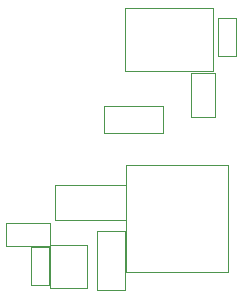
<source format=gbr>
%TF.GenerationSoftware,KiCad,Pcbnew,7.0.2.1-36-g582732918d-dirty-deb11*%
%TF.CreationDate,2023-05-26T14:24:42+00:00*%
%TF.ProjectId,pedalboard-led-ring,70656461-6c62-46f6-9172-642d6c65642d,rev?*%
%TF.SameCoordinates,Original*%
%TF.FileFunction,Other,User*%
%FSLAX46Y46*%
G04 Gerber Fmt 4.6, Leading zero omitted, Abs format (unit mm)*
G04 Created by KiCad (PCBNEW 7.0.2.1-36-g582732918d-dirty-deb11) date 2023-05-26 14:24:42*
%MOMM*%
%LPD*%
G01*
G04 APERTURE LIST*
%ADD10C,0.050000*%
G04 APERTURE END LIST*
D10*
%TO.C,U1*%
X91200000Y-50100000D02*
X98600000Y-50100000D01*
X91200000Y-55500000D02*
X91200000Y-50100000D01*
X98600000Y-50100000D02*
X98600000Y-55500000D01*
X98600000Y-55500000D02*
X91200000Y-55500000D01*
%TO.C,L1*%
X85250000Y-65100000D02*
X85250000Y-68100000D01*
X85250000Y-68100000D02*
X91250000Y-68100000D01*
X91250000Y-65100000D02*
X85250000Y-65100000D01*
X91250000Y-68100000D02*
X91250000Y-65100000D01*
%TO.C,C1*%
X89420000Y-58450000D02*
X89420000Y-60750000D01*
X89420000Y-60750000D02*
X94380000Y-60750000D01*
X94380000Y-58450000D02*
X89420000Y-58450000D01*
X94380000Y-60750000D02*
X94380000Y-58450000D01*
%TO.C,J1*%
X99900000Y-63450000D02*
X91250000Y-63450000D01*
X91250000Y-63450000D02*
X91250000Y-72500000D01*
X99900000Y-72500000D02*
X99900000Y-63450000D01*
X91250000Y-72500000D02*
X99900000Y-72500000D01*
%TO.C,R2*%
X84750000Y-70400000D02*
X84750000Y-73600000D01*
X83250000Y-70400000D02*
X84750000Y-70400000D01*
X83250000Y-70400000D02*
X83250000Y-73600000D01*
X83250000Y-73600000D02*
X84750000Y-73600000D01*
%TO.C,R1*%
X99050000Y-54200000D02*
X99050000Y-51000000D01*
X100550000Y-54200000D02*
X99050000Y-54200000D01*
X100550000Y-54200000D02*
X100550000Y-51000000D01*
X100550000Y-51000000D02*
X99050000Y-51000000D01*
%TO.C,U2*%
X87950000Y-73800000D02*
X84850000Y-73800000D01*
X87950000Y-70200000D02*
X87950000Y-73800000D01*
X87950000Y-70200000D02*
X84850000Y-70200000D01*
X84850000Y-70200000D02*
X84850000Y-73800000D01*
%TO.C,C2*%
X98780000Y-55620000D02*
X96820000Y-55620000D01*
X96820000Y-55620000D02*
X96820000Y-59380000D01*
X98780000Y-59380000D02*
X98780000Y-55620000D01*
X96820000Y-59380000D02*
X98780000Y-59380000D01*
%TO.C,C4*%
X84880000Y-70280000D02*
X84880000Y-68320000D01*
X84880000Y-68320000D02*
X81120000Y-68320000D01*
X81120000Y-70280000D02*
X84880000Y-70280000D01*
X81120000Y-68320000D02*
X81120000Y-70280000D01*
%TO.C,C3*%
X88850000Y-73980000D02*
X91150000Y-73980000D01*
X91150000Y-73980000D02*
X91150000Y-69020000D01*
X88850000Y-69020000D02*
X88850000Y-73980000D01*
X91150000Y-69020000D02*
X88850000Y-69020000D01*
%TD*%
M02*

</source>
